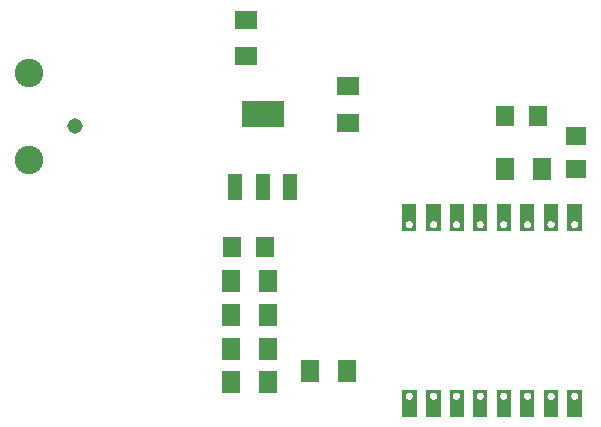
<source format=gtp>
G04 MADE WITH FRITZING*
G04 WWW.FRITZING.ORG*
G04 DOUBLE SIDED*
G04 HOLES PLATED*
G04 CONTOUR ON CENTER OF CONTOUR VECTOR*
%ASAXBY*%
%FSLAX23Y23*%
%MOIN*%
%OFA0B0*%
%SFA1.0B1.0*%
%ADD10C,0.051496*%
%ADD11C,0.094803*%
%ADD12R,0.062992X0.070866*%
%ADD13R,0.070866X0.062992*%
%ADD14R,0.062992X0.074803*%
%ADD15R,0.074803X0.062992*%
%ADD16R,0.048000X0.088000*%
%ADD17R,0.141732X0.086614*%
%ADD18R,0.001000X0.001000*%
%LNPASTEMASK1*%
G90*
G70*
G54D10*
X206Y1431D03*
G54D11*
X52Y1318D03*
X52Y1606D03*
G54D10*
X206Y1431D03*
G54D11*
X52Y1318D03*
X52Y1606D03*
G54D12*
X1641Y1462D03*
X1751Y1462D03*
X841Y1025D03*
X731Y1025D03*
G54D13*
X1878Y1287D03*
X1878Y1397D03*
G54D14*
X1641Y1287D03*
X1763Y1287D03*
G54D15*
X778Y1662D03*
X778Y1784D03*
X1116Y1562D03*
X1116Y1440D03*
G54D14*
X728Y575D03*
X850Y575D03*
X991Y612D03*
X1113Y612D03*
X728Y912D03*
X850Y912D03*
X728Y800D03*
X850Y800D03*
X728Y687D03*
X850Y687D03*
G54D16*
X741Y1225D03*
X832Y1225D03*
X923Y1225D03*
G54D17*
X832Y1469D03*
G54D18*
X1299Y1169D02*
X1344Y1169D01*
X1379Y1169D02*
X1425Y1169D01*
X1456Y1169D02*
X1502Y1169D01*
X1535Y1169D02*
X1580Y1169D01*
X1613Y1169D02*
X1659Y1169D01*
X1692Y1169D02*
X1738Y1169D01*
X1771Y1169D02*
X1817Y1169D01*
X1850Y1169D02*
X1895Y1169D01*
X1298Y1168D02*
X1344Y1168D01*
X1379Y1168D02*
X1426Y1168D01*
X1456Y1168D02*
X1502Y1168D01*
X1534Y1168D02*
X1581Y1168D01*
X1613Y1168D02*
X1659Y1168D01*
X1692Y1168D02*
X1738Y1168D01*
X1771Y1168D02*
X1817Y1168D01*
X1849Y1168D02*
X1896Y1168D01*
X1298Y1167D02*
X1344Y1167D01*
X1379Y1167D02*
X1426Y1167D01*
X1456Y1167D02*
X1502Y1167D01*
X1534Y1167D02*
X1581Y1167D01*
X1613Y1167D02*
X1659Y1167D01*
X1692Y1167D02*
X1738Y1167D01*
X1771Y1167D02*
X1817Y1167D01*
X1849Y1167D02*
X1896Y1167D01*
X1298Y1166D02*
X1344Y1166D01*
X1379Y1166D02*
X1426Y1166D01*
X1456Y1166D02*
X1502Y1166D01*
X1534Y1166D02*
X1581Y1166D01*
X1613Y1166D02*
X1659Y1166D01*
X1692Y1166D02*
X1738Y1166D01*
X1771Y1166D02*
X1817Y1166D01*
X1849Y1166D02*
X1896Y1166D01*
X1298Y1165D02*
X1344Y1165D01*
X1379Y1165D02*
X1426Y1165D01*
X1456Y1165D02*
X1502Y1165D01*
X1534Y1165D02*
X1581Y1165D01*
X1613Y1165D02*
X1659Y1165D01*
X1692Y1165D02*
X1738Y1165D01*
X1771Y1165D02*
X1817Y1165D01*
X1849Y1165D02*
X1896Y1165D01*
X1298Y1164D02*
X1344Y1164D01*
X1379Y1164D02*
X1426Y1164D01*
X1456Y1164D02*
X1502Y1164D01*
X1534Y1164D02*
X1581Y1164D01*
X1613Y1164D02*
X1659Y1164D01*
X1692Y1164D02*
X1738Y1164D01*
X1771Y1164D02*
X1817Y1164D01*
X1849Y1164D02*
X1896Y1164D01*
X1298Y1163D02*
X1344Y1163D01*
X1379Y1163D02*
X1426Y1163D01*
X1456Y1163D02*
X1502Y1163D01*
X1534Y1163D02*
X1581Y1163D01*
X1613Y1163D02*
X1659Y1163D01*
X1692Y1163D02*
X1738Y1163D01*
X1771Y1163D02*
X1817Y1163D01*
X1849Y1163D02*
X1896Y1163D01*
X1298Y1162D02*
X1344Y1162D01*
X1379Y1162D02*
X1426Y1162D01*
X1456Y1162D02*
X1502Y1162D01*
X1534Y1162D02*
X1581Y1162D01*
X1613Y1162D02*
X1659Y1162D01*
X1692Y1162D02*
X1738Y1162D01*
X1771Y1162D02*
X1817Y1162D01*
X1849Y1162D02*
X1896Y1162D01*
X1298Y1161D02*
X1344Y1161D01*
X1379Y1161D02*
X1426Y1161D01*
X1456Y1161D02*
X1502Y1161D01*
X1534Y1161D02*
X1581Y1161D01*
X1613Y1161D02*
X1659Y1161D01*
X1692Y1161D02*
X1738Y1161D01*
X1771Y1161D02*
X1817Y1161D01*
X1849Y1161D02*
X1896Y1161D01*
X1298Y1160D02*
X1344Y1160D01*
X1379Y1160D02*
X1426Y1160D01*
X1456Y1160D02*
X1502Y1160D01*
X1534Y1160D02*
X1581Y1160D01*
X1613Y1160D02*
X1659Y1160D01*
X1692Y1160D02*
X1738Y1160D01*
X1771Y1160D02*
X1817Y1160D01*
X1849Y1160D02*
X1896Y1160D01*
X1298Y1159D02*
X1344Y1159D01*
X1379Y1159D02*
X1426Y1159D01*
X1456Y1159D02*
X1502Y1159D01*
X1534Y1159D02*
X1581Y1159D01*
X1613Y1159D02*
X1659Y1159D01*
X1692Y1159D02*
X1738Y1159D01*
X1771Y1159D02*
X1817Y1159D01*
X1849Y1159D02*
X1896Y1159D01*
X1298Y1158D02*
X1344Y1158D01*
X1379Y1158D02*
X1426Y1158D01*
X1456Y1158D02*
X1502Y1158D01*
X1534Y1158D02*
X1581Y1158D01*
X1613Y1158D02*
X1659Y1158D01*
X1692Y1158D02*
X1738Y1158D01*
X1771Y1158D02*
X1817Y1158D01*
X1849Y1158D02*
X1896Y1158D01*
X1298Y1157D02*
X1344Y1157D01*
X1379Y1157D02*
X1426Y1157D01*
X1456Y1157D02*
X1502Y1157D01*
X1534Y1157D02*
X1581Y1157D01*
X1613Y1157D02*
X1659Y1157D01*
X1692Y1157D02*
X1738Y1157D01*
X1771Y1157D02*
X1817Y1157D01*
X1849Y1157D02*
X1896Y1157D01*
X1298Y1156D02*
X1344Y1156D01*
X1379Y1156D02*
X1426Y1156D01*
X1456Y1156D02*
X1502Y1156D01*
X1534Y1156D02*
X1581Y1156D01*
X1613Y1156D02*
X1659Y1156D01*
X1692Y1156D02*
X1738Y1156D01*
X1771Y1156D02*
X1817Y1156D01*
X1849Y1156D02*
X1896Y1156D01*
X1298Y1155D02*
X1344Y1155D01*
X1379Y1155D02*
X1426Y1155D01*
X1456Y1155D02*
X1502Y1155D01*
X1534Y1155D02*
X1581Y1155D01*
X1613Y1155D02*
X1659Y1155D01*
X1692Y1155D02*
X1738Y1155D01*
X1771Y1155D02*
X1817Y1155D01*
X1849Y1155D02*
X1896Y1155D01*
X1298Y1154D02*
X1344Y1154D01*
X1379Y1154D02*
X1426Y1154D01*
X1456Y1154D02*
X1502Y1154D01*
X1534Y1154D02*
X1581Y1154D01*
X1613Y1154D02*
X1659Y1154D01*
X1692Y1154D02*
X1738Y1154D01*
X1771Y1154D02*
X1817Y1154D01*
X1849Y1154D02*
X1896Y1154D01*
X1298Y1153D02*
X1344Y1153D01*
X1379Y1153D02*
X1426Y1153D01*
X1456Y1153D02*
X1502Y1153D01*
X1534Y1153D02*
X1581Y1153D01*
X1613Y1153D02*
X1659Y1153D01*
X1692Y1153D02*
X1738Y1153D01*
X1771Y1153D02*
X1817Y1153D01*
X1849Y1153D02*
X1896Y1153D01*
X1298Y1152D02*
X1344Y1152D01*
X1379Y1152D02*
X1426Y1152D01*
X1456Y1152D02*
X1502Y1152D01*
X1534Y1152D02*
X1581Y1152D01*
X1613Y1152D02*
X1659Y1152D01*
X1692Y1152D02*
X1738Y1152D01*
X1771Y1152D02*
X1817Y1152D01*
X1849Y1152D02*
X1896Y1152D01*
X1298Y1151D02*
X1344Y1151D01*
X1379Y1151D02*
X1426Y1151D01*
X1456Y1151D02*
X1502Y1151D01*
X1534Y1151D02*
X1581Y1151D01*
X1613Y1151D02*
X1659Y1151D01*
X1692Y1151D02*
X1738Y1151D01*
X1771Y1151D02*
X1817Y1151D01*
X1849Y1151D02*
X1896Y1151D01*
X1298Y1150D02*
X1344Y1150D01*
X1379Y1150D02*
X1426Y1150D01*
X1456Y1150D02*
X1502Y1150D01*
X1534Y1150D02*
X1581Y1150D01*
X1613Y1150D02*
X1659Y1150D01*
X1692Y1150D02*
X1738Y1150D01*
X1771Y1150D02*
X1817Y1150D01*
X1849Y1150D02*
X1896Y1150D01*
X1298Y1149D02*
X1344Y1149D01*
X1379Y1149D02*
X1426Y1149D01*
X1456Y1149D02*
X1502Y1149D01*
X1534Y1149D02*
X1581Y1149D01*
X1613Y1149D02*
X1659Y1149D01*
X1692Y1149D02*
X1738Y1149D01*
X1771Y1149D02*
X1817Y1149D01*
X1849Y1149D02*
X1896Y1149D01*
X1298Y1148D02*
X1344Y1148D01*
X1379Y1148D02*
X1426Y1148D01*
X1456Y1148D02*
X1502Y1148D01*
X1534Y1148D02*
X1581Y1148D01*
X1613Y1148D02*
X1659Y1148D01*
X1692Y1148D02*
X1738Y1148D01*
X1771Y1148D02*
X1817Y1148D01*
X1849Y1148D02*
X1896Y1148D01*
X1298Y1147D02*
X1344Y1147D01*
X1379Y1147D02*
X1426Y1147D01*
X1456Y1147D02*
X1502Y1147D01*
X1534Y1147D02*
X1581Y1147D01*
X1613Y1147D02*
X1659Y1147D01*
X1692Y1147D02*
X1738Y1147D01*
X1771Y1147D02*
X1817Y1147D01*
X1849Y1147D02*
X1896Y1147D01*
X1298Y1146D02*
X1344Y1146D01*
X1379Y1146D02*
X1426Y1146D01*
X1456Y1146D02*
X1502Y1146D01*
X1534Y1146D02*
X1581Y1146D01*
X1613Y1146D02*
X1659Y1146D01*
X1692Y1146D02*
X1738Y1146D01*
X1771Y1146D02*
X1817Y1146D01*
X1849Y1146D02*
X1896Y1146D01*
X1298Y1145D02*
X1344Y1145D01*
X1379Y1145D02*
X1426Y1145D01*
X1456Y1145D02*
X1502Y1145D01*
X1534Y1145D02*
X1581Y1145D01*
X1613Y1145D02*
X1659Y1145D01*
X1692Y1145D02*
X1738Y1145D01*
X1771Y1145D02*
X1817Y1145D01*
X1849Y1145D02*
X1896Y1145D01*
X1298Y1144D02*
X1344Y1144D01*
X1379Y1144D02*
X1426Y1144D01*
X1456Y1144D02*
X1502Y1144D01*
X1534Y1144D02*
X1581Y1144D01*
X1613Y1144D02*
X1659Y1144D01*
X1692Y1144D02*
X1738Y1144D01*
X1771Y1144D02*
X1817Y1144D01*
X1849Y1144D02*
X1896Y1144D01*
X1298Y1143D02*
X1344Y1143D01*
X1379Y1143D02*
X1426Y1143D01*
X1456Y1143D02*
X1502Y1143D01*
X1534Y1143D02*
X1581Y1143D01*
X1613Y1143D02*
X1659Y1143D01*
X1692Y1143D02*
X1738Y1143D01*
X1771Y1143D02*
X1817Y1143D01*
X1849Y1143D02*
X1896Y1143D01*
X1298Y1142D02*
X1344Y1142D01*
X1379Y1142D02*
X1426Y1142D01*
X1456Y1142D02*
X1502Y1142D01*
X1534Y1142D02*
X1581Y1142D01*
X1613Y1142D02*
X1659Y1142D01*
X1692Y1142D02*
X1738Y1142D01*
X1771Y1142D02*
X1817Y1142D01*
X1849Y1142D02*
X1896Y1142D01*
X1298Y1141D02*
X1344Y1141D01*
X1379Y1141D02*
X1426Y1141D01*
X1456Y1141D02*
X1502Y1141D01*
X1534Y1141D02*
X1581Y1141D01*
X1613Y1141D02*
X1659Y1141D01*
X1692Y1141D02*
X1738Y1141D01*
X1771Y1141D02*
X1817Y1141D01*
X1849Y1141D02*
X1896Y1141D01*
X1298Y1140D02*
X1344Y1140D01*
X1379Y1140D02*
X1426Y1140D01*
X1456Y1140D02*
X1502Y1140D01*
X1534Y1140D02*
X1581Y1140D01*
X1613Y1140D02*
X1659Y1140D01*
X1692Y1140D02*
X1738Y1140D01*
X1771Y1140D02*
X1817Y1140D01*
X1849Y1140D02*
X1896Y1140D01*
X1298Y1139D02*
X1344Y1139D01*
X1379Y1139D02*
X1426Y1139D01*
X1456Y1139D02*
X1502Y1139D01*
X1534Y1139D02*
X1581Y1139D01*
X1613Y1139D02*
X1659Y1139D01*
X1692Y1139D02*
X1738Y1139D01*
X1771Y1139D02*
X1817Y1139D01*
X1849Y1139D02*
X1896Y1139D01*
X1298Y1138D02*
X1344Y1138D01*
X1379Y1138D02*
X1426Y1138D01*
X1456Y1138D02*
X1502Y1138D01*
X1534Y1138D02*
X1581Y1138D01*
X1613Y1138D02*
X1659Y1138D01*
X1692Y1138D02*
X1738Y1138D01*
X1771Y1138D02*
X1817Y1138D01*
X1849Y1138D02*
X1896Y1138D01*
X1298Y1137D02*
X1344Y1137D01*
X1379Y1137D02*
X1426Y1137D01*
X1456Y1137D02*
X1502Y1137D01*
X1534Y1137D02*
X1581Y1137D01*
X1613Y1137D02*
X1659Y1137D01*
X1692Y1137D02*
X1738Y1137D01*
X1771Y1137D02*
X1817Y1137D01*
X1849Y1137D02*
X1896Y1137D01*
X1298Y1136D02*
X1344Y1136D01*
X1379Y1136D02*
X1426Y1136D01*
X1456Y1136D02*
X1502Y1136D01*
X1534Y1136D02*
X1581Y1136D01*
X1613Y1136D02*
X1659Y1136D01*
X1692Y1136D02*
X1738Y1136D01*
X1771Y1136D02*
X1817Y1136D01*
X1849Y1136D02*
X1896Y1136D01*
X1298Y1135D02*
X1344Y1135D01*
X1379Y1135D02*
X1426Y1135D01*
X1456Y1135D02*
X1502Y1135D01*
X1534Y1135D02*
X1581Y1135D01*
X1613Y1135D02*
X1659Y1135D01*
X1692Y1135D02*
X1738Y1135D01*
X1771Y1135D02*
X1817Y1135D01*
X1849Y1135D02*
X1896Y1135D01*
X1298Y1134D02*
X1344Y1134D01*
X1379Y1134D02*
X1426Y1134D01*
X1456Y1134D02*
X1502Y1134D01*
X1534Y1134D02*
X1581Y1134D01*
X1613Y1134D02*
X1659Y1134D01*
X1692Y1134D02*
X1738Y1134D01*
X1771Y1134D02*
X1817Y1134D01*
X1849Y1134D02*
X1896Y1134D01*
X1298Y1133D02*
X1344Y1133D01*
X1379Y1133D02*
X1426Y1133D01*
X1456Y1133D02*
X1502Y1133D01*
X1534Y1133D02*
X1581Y1133D01*
X1613Y1133D02*
X1659Y1133D01*
X1692Y1133D02*
X1738Y1133D01*
X1771Y1133D02*
X1817Y1133D01*
X1849Y1133D02*
X1896Y1133D01*
X1298Y1132D02*
X1344Y1132D01*
X1379Y1132D02*
X1426Y1132D01*
X1456Y1132D02*
X1502Y1132D01*
X1534Y1132D02*
X1581Y1132D01*
X1613Y1132D02*
X1659Y1132D01*
X1692Y1132D02*
X1738Y1132D01*
X1771Y1132D02*
X1817Y1132D01*
X1849Y1132D02*
X1896Y1132D01*
X1298Y1131D02*
X1344Y1131D01*
X1379Y1131D02*
X1426Y1131D01*
X1456Y1131D02*
X1502Y1131D01*
X1534Y1131D02*
X1581Y1131D01*
X1613Y1131D02*
X1659Y1131D01*
X1692Y1131D02*
X1738Y1131D01*
X1771Y1131D02*
X1817Y1131D01*
X1849Y1131D02*
X1896Y1131D01*
X1298Y1130D02*
X1344Y1130D01*
X1379Y1130D02*
X1426Y1130D01*
X1456Y1130D02*
X1502Y1130D01*
X1534Y1130D02*
X1581Y1130D01*
X1613Y1130D02*
X1659Y1130D01*
X1692Y1130D02*
X1738Y1130D01*
X1771Y1130D02*
X1817Y1130D01*
X1849Y1130D02*
X1896Y1130D01*
X1298Y1129D02*
X1344Y1129D01*
X1379Y1129D02*
X1426Y1129D01*
X1456Y1129D02*
X1502Y1129D01*
X1534Y1129D02*
X1581Y1129D01*
X1613Y1129D02*
X1659Y1129D01*
X1692Y1129D02*
X1738Y1129D01*
X1771Y1129D02*
X1817Y1129D01*
X1849Y1129D02*
X1896Y1129D01*
X1298Y1128D02*
X1344Y1128D01*
X1379Y1128D02*
X1426Y1128D01*
X1456Y1128D02*
X1502Y1128D01*
X1534Y1128D02*
X1581Y1128D01*
X1613Y1128D02*
X1659Y1128D01*
X1692Y1128D02*
X1738Y1128D01*
X1771Y1128D02*
X1817Y1128D01*
X1849Y1128D02*
X1896Y1128D01*
X1298Y1127D02*
X1344Y1127D01*
X1379Y1127D02*
X1426Y1127D01*
X1456Y1127D02*
X1502Y1127D01*
X1534Y1127D02*
X1581Y1127D01*
X1613Y1127D02*
X1659Y1127D01*
X1692Y1127D02*
X1738Y1127D01*
X1771Y1127D02*
X1817Y1127D01*
X1849Y1127D02*
X1896Y1127D01*
X1298Y1126D02*
X1344Y1126D01*
X1379Y1126D02*
X1426Y1126D01*
X1456Y1126D02*
X1502Y1126D01*
X1534Y1126D02*
X1581Y1126D01*
X1613Y1126D02*
X1659Y1126D01*
X1692Y1126D02*
X1738Y1126D01*
X1771Y1126D02*
X1817Y1126D01*
X1849Y1126D02*
X1896Y1126D01*
X1298Y1125D02*
X1344Y1125D01*
X1379Y1125D02*
X1426Y1125D01*
X1456Y1125D02*
X1502Y1125D01*
X1534Y1125D02*
X1581Y1125D01*
X1613Y1125D02*
X1659Y1125D01*
X1692Y1125D02*
X1738Y1125D01*
X1771Y1125D02*
X1817Y1125D01*
X1849Y1125D02*
X1896Y1125D01*
X1298Y1124D02*
X1344Y1124D01*
X1379Y1124D02*
X1426Y1124D01*
X1456Y1124D02*
X1502Y1124D01*
X1534Y1124D02*
X1581Y1124D01*
X1613Y1124D02*
X1659Y1124D01*
X1692Y1124D02*
X1738Y1124D01*
X1771Y1124D02*
X1817Y1124D01*
X1849Y1124D02*
X1896Y1124D01*
X1298Y1123D02*
X1344Y1123D01*
X1379Y1123D02*
X1426Y1123D01*
X1456Y1123D02*
X1502Y1123D01*
X1534Y1123D02*
X1581Y1123D01*
X1613Y1123D02*
X1659Y1123D01*
X1692Y1123D02*
X1738Y1123D01*
X1771Y1123D02*
X1817Y1123D01*
X1849Y1123D02*
X1896Y1123D01*
X1298Y1122D02*
X1344Y1122D01*
X1379Y1122D02*
X1426Y1122D01*
X1456Y1122D02*
X1502Y1122D01*
X1534Y1122D02*
X1581Y1122D01*
X1613Y1122D02*
X1659Y1122D01*
X1692Y1122D02*
X1738Y1122D01*
X1771Y1122D02*
X1817Y1122D01*
X1849Y1122D02*
X1896Y1122D01*
X1298Y1121D02*
X1344Y1121D01*
X1379Y1121D02*
X1426Y1121D01*
X1456Y1121D02*
X1502Y1121D01*
X1534Y1121D02*
X1581Y1121D01*
X1613Y1121D02*
X1659Y1121D01*
X1692Y1121D02*
X1738Y1121D01*
X1771Y1121D02*
X1817Y1121D01*
X1849Y1121D02*
X1896Y1121D01*
X1298Y1120D02*
X1344Y1120D01*
X1379Y1120D02*
X1426Y1120D01*
X1456Y1120D02*
X1502Y1120D01*
X1534Y1120D02*
X1581Y1120D01*
X1613Y1120D02*
X1659Y1120D01*
X1692Y1120D02*
X1738Y1120D01*
X1771Y1120D02*
X1817Y1120D01*
X1849Y1120D02*
X1896Y1120D01*
X1298Y1119D02*
X1344Y1119D01*
X1379Y1119D02*
X1426Y1119D01*
X1456Y1119D02*
X1502Y1119D01*
X1534Y1119D02*
X1581Y1119D01*
X1613Y1119D02*
X1659Y1119D01*
X1692Y1119D02*
X1738Y1119D01*
X1771Y1119D02*
X1817Y1119D01*
X1849Y1119D02*
X1896Y1119D01*
X1298Y1118D02*
X1344Y1118D01*
X1379Y1118D02*
X1426Y1118D01*
X1456Y1118D02*
X1502Y1118D01*
X1534Y1118D02*
X1581Y1118D01*
X1613Y1118D02*
X1659Y1118D01*
X1692Y1118D02*
X1738Y1118D01*
X1771Y1118D02*
X1817Y1118D01*
X1849Y1118D02*
X1896Y1118D01*
X1298Y1117D02*
X1344Y1117D01*
X1379Y1117D02*
X1426Y1117D01*
X1456Y1117D02*
X1502Y1117D01*
X1534Y1117D02*
X1581Y1117D01*
X1613Y1117D02*
X1659Y1117D01*
X1692Y1117D02*
X1738Y1117D01*
X1771Y1117D02*
X1817Y1117D01*
X1849Y1117D02*
X1896Y1117D01*
X1298Y1116D02*
X1344Y1116D01*
X1379Y1116D02*
X1426Y1116D01*
X1456Y1116D02*
X1502Y1116D01*
X1534Y1116D02*
X1581Y1116D01*
X1613Y1116D02*
X1659Y1116D01*
X1692Y1116D02*
X1738Y1116D01*
X1771Y1116D02*
X1817Y1116D01*
X1849Y1116D02*
X1896Y1116D01*
X1298Y1115D02*
X1344Y1115D01*
X1379Y1115D02*
X1426Y1115D01*
X1456Y1115D02*
X1502Y1115D01*
X1534Y1115D02*
X1581Y1115D01*
X1613Y1115D02*
X1659Y1115D01*
X1692Y1115D02*
X1738Y1115D01*
X1771Y1115D02*
X1817Y1115D01*
X1849Y1115D02*
X1896Y1115D01*
X1298Y1114D02*
X1344Y1114D01*
X1379Y1114D02*
X1426Y1114D01*
X1456Y1114D02*
X1502Y1114D01*
X1534Y1114D02*
X1581Y1114D01*
X1613Y1114D02*
X1659Y1114D01*
X1692Y1114D02*
X1738Y1114D01*
X1771Y1114D02*
X1817Y1114D01*
X1849Y1114D02*
X1896Y1114D01*
X1298Y1113D02*
X1320Y1113D01*
X1323Y1113D02*
X1344Y1113D01*
X1379Y1113D02*
X1401Y1113D01*
X1404Y1113D02*
X1426Y1113D01*
X1456Y1113D02*
X1477Y1113D01*
X1481Y1113D02*
X1502Y1113D01*
X1534Y1113D02*
X1556Y1113D01*
X1559Y1113D02*
X1581Y1113D01*
X1613Y1113D02*
X1635Y1113D01*
X1637Y1113D02*
X1659Y1113D01*
X1692Y1113D02*
X1714Y1113D01*
X1716Y1113D02*
X1738Y1113D01*
X1771Y1113D02*
X1792Y1113D01*
X1796Y1113D02*
X1817Y1113D01*
X1849Y1113D02*
X1871Y1113D01*
X1874Y1113D02*
X1896Y1113D01*
X1298Y1112D02*
X1316Y1112D01*
X1327Y1112D02*
X1344Y1112D01*
X1379Y1112D02*
X1397Y1112D01*
X1408Y1112D02*
X1426Y1112D01*
X1456Y1112D02*
X1473Y1112D01*
X1484Y1112D02*
X1502Y1112D01*
X1534Y1112D02*
X1552Y1112D01*
X1563Y1112D02*
X1581Y1112D01*
X1613Y1112D02*
X1631Y1112D01*
X1642Y1112D02*
X1659Y1112D01*
X1692Y1112D02*
X1710Y1112D01*
X1720Y1112D02*
X1738Y1112D01*
X1771Y1112D02*
X1788Y1112D01*
X1799Y1112D02*
X1817Y1112D01*
X1849Y1112D02*
X1867Y1112D01*
X1878Y1112D02*
X1896Y1112D01*
X1298Y1111D02*
X1314Y1111D01*
X1329Y1111D02*
X1344Y1111D01*
X1379Y1111D02*
X1395Y1111D01*
X1410Y1111D02*
X1426Y1111D01*
X1456Y1111D02*
X1472Y1111D01*
X1486Y1111D02*
X1502Y1111D01*
X1534Y1111D02*
X1550Y1111D01*
X1565Y1111D02*
X1581Y1111D01*
X1613Y1111D02*
X1629Y1111D01*
X1644Y1111D02*
X1659Y1111D01*
X1692Y1111D02*
X1708Y1111D01*
X1722Y1111D02*
X1738Y1111D01*
X1771Y1111D02*
X1786Y1111D01*
X1801Y1111D02*
X1817Y1111D01*
X1849Y1111D02*
X1865Y1111D01*
X1880Y1111D02*
X1896Y1111D01*
X1298Y1110D02*
X1313Y1110D01*
X1330Y1110D02*
X1344Y1110D01*
X1379Y1110D02*
X1394Y1110D01*
X1411Y1110D02*
X1426Y1110D01*
X1456Y1110D02*
X1470Y1110D01*
X1487Y1110D02*
X1502Y1110D01*
X1534Y1110D02*
X1549Y1110D01*
X1566Y1110D02*
X1581Y1110D01*
X1613Y1110D02*
X1628Y1110D01*
X1645Y1110D02*
X1659Y1110D01*
X1692Y1110D02*
X1706Y1110D01*
X1723Y1110D02*
X1738Y1110D01*
X1771Y1110D02*
X1785Y1110D01*
X1802Y1110D02*
X1817Y1110D01*
X1849Y1110D02*
X1864Y1110D01*
X1881Y1110D02*
X1896Y1110D01*
X1298Y1109D02*
X1312Y1109D01*
X1331Y1109D02*
X1344Y1109D01*
X1379Y1109D02*
X1393Y1109D01*
X1412Y1109D02*
X1426Y1109D01*
X1456Y1109D02*
X1469Y1109D01*
X1488Y1109D02*
X1502Y1109D01*
X1534Y1109D02*
X1548Y1109D01*
X1567Y1109D02*
X1581Y1109D01*
X1613Y1109D02*
X1627Y1109D01*
X1646Y1109D02*
X1659Y1109D01*
X1692Y1109D02*
X1705Y1109D01*
X1724Y1109D02*
X1738Y1109D01*
X1771Y1109D02*
X1784Y1109D01*
X1803Y1109D02*
X1817Y1109D01*
X1849Y1109D02*
X1863Y1109D01*
X1882Y1109D02*
X1896Y1109D01*
X1298Y1108D02*
X1311Y1108D01*
X1332Y1108D02*
X1344Y1108D01*
X1379Y1108D02*
X1392Y1108D01*
X1413Y1108D02*
X1426Y1108D01*
X1456Y1108D02*
X1469Y1108D01*
X1489Y1108D02*
X1502Y1108D01*
X1534Y1108D02*
X1547Y1108D01*
X1568Y1108D02*
X1581Y1108D01*
X1613Y1108D02*
X1626Y1108D01*
X1647Y1108D02*
X1659Y1108D01*
X1692Y1108D02*
X1705Y1108D01*
X1725Y1108D02*
X1738Y1108D01*
X1771Y1108D02*
X1783Y1108D01*
X1804Y1108D02*
X1817Y1108D01*
X1849Y1108D02*
X1862Y1108D01*
X1883Y1108D02*
X1896Y1108D01*
X1298Y1107D02*
X1310Y1107D01*
X1332Y1107D02*
X1344Y1107D01*
X1379Y1107D02*
X1391Y1107D01*
X1413Y1107D02*
X1426Y1107D01*
X1456Y1107D02*
X1468Y1107D01*
X1490Y1107D02*
X1502Y1107D01*
X1534Y1107D02*
X1547Y1107D01*
X1569Y1107D02*
X1581Y1107D01*
X1613Y1107D02*
X1625Y1107D01*
X1647Y1107D02*
X1659Y1107D01*
X1692Y1107D02*
X1704Y1107D01*
X1726Y1107D02*
X1738Y1107D01*
X1771Y1107D02*
X1783Y1107D01*
X1805Y1107D02*
X1817Y1107D01*
X1849Y1107D02*
X1862Y1107D01*
X1884Y1107D02*
X1896Y1107D01*
X1298Y1106D02*
X1310Y1106D01*
X1333Y1106D02*
X1344Y1106D01*
X1379Y1106D02*
X1391Y1106D01*
X1414Y1106D02*
X1426Y1106D01*
X1456Y1106D02*
X1467Y1106D01*
X1490Y1106D02*
X1502Y1106D01*
X1534Y1106D02*
X1546Y1106D01*
X1569Y1106D02*
X1581Y1106D01*
X1613Y1106D02*
X1625Y1106D01*
X1648Y1106D02*
X1659Y1106D01*
X1692Y1106D02*
X1703Y1106D01*
X1726Y1106D02*
X1738Y1106D01*
X1771Y1106D02*
X1782Y1106D01*
X1805Y1106D02*
X1817Y1106D01*
X1849Y1106D02*
X1861Y1106D01*
X1884Y1106D02*
X1896Y1106D01*
X1298Y1105D02*
X1309Y1105D01*
X1333Y1105D02*
X1344Y1105D01*
X1379Y1105D02*
X1390Y1105D01*
X1414Y1105D02*
X1426Y1105D01*
X1456Y1105D02*
X1467Y1105D01*
X1491Y1105D02*
X1502Y1105D01*
X1534Y1105D02*
X1546Y1105D01*
X1569Y1105D02*
X1581Y1105D01*
X1613Y1105D02*
X1624Y1105D01*
X1648Y1105D02*
X1659Y1105D01*
X1692Y1105D02*
X1703Y1105D01*
X1727Y1105D02*
X1738Y1105D01*
X1771Y1105D02*
X1782Y1105D01*
X1806Y1105D02*
X1817Y1105D01*
X1849Y1105D02*
X1861Y1105D01*
X1885Y1105D02*
X1896Y1105D01*
X1298Y1104D02*
X1309Y1104D01*
X1334Y1104D02*
X1344Y1104D01*
X1379Y1104D02*
X1390Y1104D01*
X1415Y1104D02*
X1426Y1104D01*
X1456Y1104D02*
X1467Y1104D01*
X1491Y1104D02*
X1502Y1104D01*
X1534Y1104D02*
X1545Y1104D01*
X1570Y1104D02*
X1581Y1104D01*
X1613Y1104D02*
X1624Y1104D01*
X1649Y1104D02*
X1659Y1104D01*
X1692Y1104D02*
X1703Y1104D01*
X1727Y1104D02*
X1738Y1104D01*
X1771Y1104D02*
X1781Y1104D01*
X1806Y1104D02*
X1817Y1104D01*
X1849Y1104D02*
X1860Y1104D01*
X1885Y1104D02*
X1896Y1104D01*
X1298Y1103D02*
X1309Y1103D01*
X1334Y1103D02*
X1344Y1103D01*
X1379Y1103D02*
X1390Y1103D01*
X1415Y1103D02*
X1426Y1103D01*
X1456Y1103D02*
X1466Y1103D01*
X1491Y1103D02*
X1502Y1103D01*
X1534Y1103D02*
X1545Y1103D01*
X1570Y1103D02*
X1581Y1103D01*
X1613Y1103D02*
X1624Y1103D01*
X1649Y1103D02*
X1659Y1103D01*
X1692Y1103D02*
X1703Y1103D01*
X1727Y1103D02*
X1738Y1103D01*
X1771Y1103D02*
X1781Y1103D01*
X1806Y1103D02*
X1817Y1103D01*
X1849Y1103D02*
X1860Y1103D01*
X1885Y1103D02*
X1896Y1103D01*
X1298Y1102D02*
X1309Y1102D01*
X1334Y1102D02*
X1344Y1102D01*
X1379Y1102D02*
X1390Y1102D01*
X1415Y1102D02*
X1426Y1102D01*
X1456Y1102D02*
X1466Y1102D01*
X1491Y1102D02*
X1502Y1102D01*
X1534Y1102D02*
X1545Y1102D01*
X1570Y1102D02*
X1581Y1102D01*
X1613Y1102D02*
X1624Y1102D01*
X1649Y1102D02*
X1659Y1102D01*
X1692Y1102D02*
X1702Y1102D01*
X1728Y1102D02*
X1738Y1102D01*
X1771Y1102D02*
X1781Y1102D01*
X1806Y1102D02*
X1817Y1102D01*
X1849Y1102D02*
X1860Y1102D01*
X1885Y1102D02*
X1896Y1102D01*
X1298Y1101D02*
X1309Y1101D01*
X1334Y1101D02*
X1344Y1101D01*
X1379Y1101D02*
X1390Y1101D01*
X1415Y1101D02*
X1426Y1101D01*
X1456Y1101D02*
X1466Y1101D01*
X1492Y1101D02*
X1502Y1101D01*
X1534Y1101D02*
X1545Y1101D01*
X1570Y1101D02*
X1581Y1101D01*
X1613Y1101D02*
X1624Y1101D01*
X1649Y1101D02*
X1659Y1101D01*
X1692Y1101D02*
X1702Y1101D01*
X1728Y1101D02*
X1738Y1101D01*
X1771Y1101D02*
X1781Y1101D01*
X1806Y1101D02*
X1817Y1101D01*
X1849Y1101D02*
X1860Y1101D01*
X1885Y1101D02*
X1896Y1101D01*
X1298Y1100D02*
X1309Y1100D01*
X1334Y1100D02*
X1344Y1100D01*
X1379Y1100D02*
X1390Y1100D01*
X1415Y1100D02*
X1426Y1100D01*
X1456Y1100D02*
X1466Y1100D01*
X1491Y1100D02*
X1502Y1100D01*
X1534Y1100D02*
X1545Y1100D01*
X1570Y1100D02*
X1581Y1100D01*
X1613Y1100D02*
X1624Y1100D01*
X1649Y1100D02*
X1659Y1100D01*
X1692Y1100D02*
X1702Y1100D01*
X1728Y1100D02*
X1738Y1100D01*
X1771Y1100D02*
X1781Y1100D01*
X1806Y1100D02*
X1817Y1100D01*
X1849Y1100D02*
X1860Y1100D01*
X1885Y1100D02*
X1896Y1100D01*
X1298Y1099D02*
X1309Y1099D01*
X1334Y1099D02*
X1344Y1099D01*
X1379Y1099D02*
X1390Y1099D01*
X1415Y1099D02*
X1426Y1099D01*
X1456Y1099D02*
X1466Y1099D01*
X1491Y1099D02*
X1502Y1099D01*
X1534Y1099D02*
X1545Y1099D01*
X1570Y1099D02*
X1581Y1099D01*
X1613Y1099D02*
X1624Y1099D01*
X1649Y1099D02*
X1659Y1099D01*
X1692Y1099D02*
X1703Y1099D01*
X1727Y1099D02*
X1738Y1099D01*
X1771Y1099D02*
X1781Y1099D01*
X1806Y1099D02*
X1817Y1099D01*
X1849Y1099D02*
X1860Y1099D01*
X1885Y1099D02*
X1896Y1099D01*
X1298Y1098D02*
X1309Y1098D01*
X1334Y1098D02*
X1344Y1098D01*
X1379Y1098D02*
X1390Y1098D01*
X1415Y1098D02*
X1426Y1098D01*
X1456Y1098D02*
X1467Y1098D01*
X1491Y1098D02*
X1502Y1098D01*
X1534Y1098D02*
X1545Y1098D01*
X1570Y1098D02*
X1581Y1098D01*
X1613Y1098D02*
X1624Y1098D01*
X1649Y1098D02*
X1659Y1098D01*
X1692Y1098D02*
X1703Y1098D01*
X1727Y1098D02*
X1738Y1098D01*
X1771Y1098D02*
X1782Y1098D01*
X1806Y1098D02*
X1817Y1098D01*
X1849Y1098D02*
X1860Y1098D01*
X1885Y1098D02*
X1896Y1098D01*
X1298Y1097D02*
X1309Y1097D01*
X1333Y1097D02*
X1344Y1097D01*
X1379Y1097D02*
X1390Y1097D01*
X1414Y1097D02*
X1426Y1097D01*
X1456Y1097D02*
X1467Y1097D01*
X1491Y1097D02*
X1502Y1097D01*
X1534Y1097D02*
X1546Y1097D01*
X1569Y1097D02*
X1581Y1097D01*
X1613Y1097D02*
X1624Y1097D01*
X1648Y1097D02*
X1659Y1097D01*
X1692Y1097D02*
X1703Y1097D01*
X1727Y1097D02*
X1738Y1097D01*
X1771Y1097D02*
X1782Y1097D01*
X1806Y1097D02*
X1817Y1097D01*
X1849Y1097D02*
X1861Y1097D01*
X1885Y1097D02*
X1896Y1097D01*
X1298Y1096D02*
X1310Y1096D01*
X1333Y1096D02*
X1344Y1096D01*
X1379Y1096D02*
X1391Y1096D01*
X1414Y1096D02*
X1426Y1096D01*
X1456Y1096D02*
X1467Y1096D01*
X1490Y1096D02*
X1502Y1096D01*
X1534Y1096D02*
X1546Y1096D01*
X1569Y1096D02*
X1581Y1096D01*
X1613Y1096D02*
X1625Y1096D01*
X1648Y1096D02*
X1659Y1096D01*
X1692Y1096D02*
X1703Y1096D01*
X1727Y1096D02*
X1738Y1096D01*
X1771Y1096D02*
X1782Y1096D01*
X1805Y1096D02*
X1817Y1096D01*
X1849Y1096D02*
X1861Y1096D01*
X1884Y1096D02*
X1896Y1096D01*
X1298Y1095D02*
X1310Y1095D01*
X1332Y1095D02*
X1344Y1095D01*
X1379Y1095D02*
X1391Y1095D01*
X1413Y1095D02*
X1426Y1095D01*
X1456Y1095D02*
X1468Y1095D01*
X1490Y1095D02*
X1502Y1095D01*
X1534Y1095D02*
X1547Y1095D01*
X1569Y1095D02*
X1581Y1095D01*
X1613Y1095D02*
X1625Y1095D01*
X1647Y1095D02*
X1659Y1095D01*
X1692Y1095D02*
X1704Y1095D01*
X1726Y1095D02*
X1738Y1095D01*
X1771Y1095D02*
X1783Y1095D01*
X1805Y1095D02*
X1817Y1095D01*
X1849Y1095D02*
X1862Y1095D01*
X1884Y1095D02*
X1896Y1095D01*
X1298Y1094D02*
X1311Y1094D01*
X1332Y1094D02*
X1344Y1094D01*
X1379Y1094D02*
X1392Y1094D01*
X1413Y1094D02*
X1426Y1094D01*
X1456Y1094D02*
X1468Y1094D01*
X1489Y1094D02*
X1502Y1094D01*
X1534Y1094D02*
X1547Y1094D01*
X1568Y1094D02*
X1581Y1094D01*
X1613Y1094D02*
X1626Y1094D01*
X1647Y1094D02*
X1659Y1094D01*
X1692Y1094D02*
X1705Y1094D01*
X1725Y1094D02*
X1738Y1094D01*
X1771Y1094D02*
X1783Y1094D01*
X1804Y1094D02*
X1817Y1094D01*
X1849Y1094D02*
X1862Y1094D01*
X1883Y1094D02*
X1896Y1094D01*
X1298Y1093D02*
X1312Y1093D01*
X1331Y1093D02*
X1344Y1093D01*
X1379Y1093D02*
X1393Y1093D01*
X1412Y1093D02*
X1426Y1093D01*
X1456Y1093D02*
X1469Y1093D01*
X1488Y1093D02*
X1502Y1093D01*
X1534Y1093D02*
X1548Y1093D01*
X1567Y1093D02*
X1581Y1093D01*
X1613Y1093D02*
X1627Y1093D01*
X1646Y1093D02*
X1659Y1093D01*
X1692Y1093D02*
X1705Y1093D01*
X1725Y1093D02*
X1738Y1093D01*
X1771Y1093D02*
X1784Y1093D01*
X1803Y1093D02*
X1817Y1093D01*
X1849Y1093D02*
X1863Y1093D01*
X1882Y1093D02*
X1896Y1093D01*
X1298Y1092D02*
X1313Y1092D01*
X1330Y1092D02*
X1344Y1092D01*
X1379Y1092D02*
X1394Y1092D01*
X1411Y1092D02*
X1426Y1092D01*
X1456Y1092D02*
X1470Y1092D01*
X1488Y1092D02*
X1502Y1092D01*
X1534Y1092D02*
X1549Y1092D01*
X1566Y1092D02*
X1581Y1092D01*
X1613Y1092D02*
X1628Y1092D01*
X1645Y1092D02*
X1659Y1092D01*
X1692Y1092D02*
X1706Y1092D01*
X1724Y1092D02*
X1738Y1092D01*
X1771Y1092D02*
X1785Y1092D01*
X1802Y1092D02*
X1817Y1092D01*
X1849Y1092D02*
X1864Y1092D01*
X1881Y1092D02*
X1896Y1092D01*
X1298Y1091D02*
X1314Y1091D01*
X1329Y1091D02*
X1344Y1091D01*
X1379Y1091D02*
X1395Y1091D01*
X1410Y1091D02*
X1426Y1091D01*
X1456Y1091D02*
X1472Y1091D01*
X1486Y1091D02*
X1502Y1091D01*
X1534Y1091D02*
X1550Y1091D01*
X1565Y1091D02*
X1581Y1091D01*
X1613Y1091D02*
X1629Y1091D01*
X1644Y1091D02*
X1659Y1091D01*
X1692Y1091D02*
X1708Y1091D01*
X1722Y1091D02*
X1738Y1091D01*
X1771Y1091D02*
X1786Y1091D01*
X1801Y1091D02*
X1817Y1091D01*
X1849Y1091D02*
X1865Y1091D01*
X1880Y1091D02*
X1896Y1091D01*
X1298Y1090D02*
X1316Y1090D01*
X1327Y1090D02*
X1344Y1090D01*
X1379Y1090D02*
X1397Y1090D01*
X1408Y1090D02*
X1426Y1090D01*
X1456Y1090D02*
X1473Y1090D01*
X1484Y1090D02*
X1502Y1090D01*
X1534Y1090D02*
X1552Y1090D01*
X1563Y1090D02*
X1581Y1090D01*
X1613Y1090D02*
X1631Y1090D01*
X1642Y1090D02*
X1659Y1090D01*
X1692Y1090D02*
X1709Y1090D01*
X1721Y1090D02*
X1738Y1090D01*
X1771Y1090D02*
X1788Y1090D01*
X1799Y1090D02*
X1817Y1090D01*
X1849Y1090D02*
X1867Y1090D01*
X1878Y1090D02*
X1896Y1090D01*
X1298Y1089D02*
X1319Y1089D01*
X1324Y1089D02*
X1344Y1089D01*
X1379Y1089D02*
X1400Y1089D01*
X1404Y1089D02*
X1426Y1089D01*
X1456Y1089D02*
X1477Y1089D01*
X1481Y1089D02*
X1502Y1089D01*
X1534Y1089D02*
X1555Y1089D01*
X1560Y1089D02*
X1581Y1089D01*
X1613Y1089D02*
X1634Y1089D01*
X1639Y1089D02*
X1659Y1089D01*
X1692Y1089D02*
X1712Y1089D01*
X1717Y1089D02*
X1738Y1089D01*
X1771Y1089D02*
X1792Y1089D01*
X1796Y1089D02*
X1817Y1089D01*
X1849Y1089D02*
X1871Y1089D01*
X1875Y1089D02*
X1896Y1089D01*
X1298Y1088D02*
X1344Y1088D01*
X1379Y1088D02*
X1426Y1088D01*
X1456Y1088D02*
X1502Y1088D01*
X1534Y1088D02*
X1581Y1088D01*
X1613Y1088D02*
X1659Y1088D01*
X1692Y1088D02*
X1738Y1088D01*
X1771Y1088D02*
X1817Y1088D01*
X1849Y1088D02*
X1896Y1088D01*
X1298Y1087D02*
X1344Y1087D01*
X1379Y1087D02*
X1426Y1087D01*
X1456Y1087D02*
X1502Y1087D01*
X1534Y1087D02*
X1581Y1087D01*
X1613Y1087D02*
X1659Y1087D01*
X1692Y1087D02*
X1738Y1087D01*
X1771Y1087D02*
X1817Y1087D01*
X1849Y1087D02*
X1896Y1087D01*
X1298Y1086D02*
X1344Y1086D01*
X1379Y1086D02*
X1426Y1086D01*
X1456Y1086D02*
X1502Y1086D01*
X1534Y1086D02*
X1581Y1086D01*
X1613Y1086D02*
X1659Y1086D01*
X1692Y1086D02*
X1738Y1086D01*
X1771Y1086D02*
X1817Y1086D01*
X1849Y1086D02*
X1896Y1086D01*
X1298Y1085D02*
X1344Y1085D01*
X1379Y1085D02*
X1426Y1085D01*
X1456Y1085D02*
X1502Y1085D01*
X1534Y1085D02*
X1581Y1085D01*
X1613Y1085D02*
X1659Y1085D01*
X1692Y1085D02*
X1738Y1085D01*
X1771Y1085D02*
X1817Y1085D01*
X1849Y1085D02*
X1896Y1085D01*
X1298Y1084D02*
X1344Y1084D01*
X1379Y1084D02*
X1426Y1084D01*
X1456Y1084D02*
X1502Y1084D01*
X1534Y1084D02*
X1581Y1084D01*
X1613Y1084D02*
X1659Y1084D01*
X1692Y1084D02*
X1738Y1084D01*
X1771Y1084D02*
X1817Y1084D01*
X1849Y1084D02*
X1896Y1084D01*
X1298Y1083D02*
X1344Y1083D01*
X1379Y1083D02*
X1426Y1083D01*
X1456Y1083D02*
X1502Y1083D01*
X1534Y1083D02*
X1581Y1083D01*
X1613Y1083D02*
X1659Y1083D01*
X1692Y1083D02*
X1738Y1083D01*
X1771Y1083D02*
X1817Y1083D01*
X1849Y1083D02*
X1896Y1083D01*
X1298Y1082D02*
X1344Y1082D01*
X1379Y1082D02*
X1426Y1082D01*
X1456Y1082D02*
X1502Y1082D01*
X1534Y1082D02*
X1581Y1082D01*
X1613Y1082D02*
X1659Y1082D01*
X1692Y1082D02*
X1738Y1082D01*
X1771Y1082D02*
X1817Y1082D01*
X1849Y1082D02*
X1896Y1082D01*
X1298Y1081D02*
X1344Y1081D01*
X1379Y1081D02*
X1425Y1081D01*
X1456Y1081D02*
X1502Y1081D01*
X1534Y1081D02*
X1581Y1081D01*
X1613Y1081D02*
X1659Y1081D01*
X1692Y1081D02*
X1738Y1081D01*
X1771Y1081D02*
X1817Y1081D01*
X1850Y1081D02*
X1896Y1081D01*
X1299Y549D02*
X1344Y549D01*
X1379Y549D02*
X1425Y549D01*
X1456Y549D02*
X1502Y549D01*
X1535Y549D02*
X1581Y549D01*
X1613Y549D02*
X1659Y549D01*
X1692Y549D02*
X1738Y549D01*
X1771Y549D02*
X1817Y549D01*
X1850Y549D02*
X1896Y549D01*
X1298Y548D02*
X1345Y548D01*
X1379Y548D02*
X1426Y548D01*
X1456Y548D02*
X1502Y548D01*
X1535Y548D02*
X1581Y548D01*
X1613Y548D02*
X1660Y548D01*
X1692Y548D02*
X1738Y548D01*
X1771Y548D02*
X1817Y548D01*
X1849Y548D02*
X1896Y548D01*
X1298Y547D02*
X1345Y547D01*
X1379Y547D02*
X1426Y547D01*
X1456Y547D02*
X1502Y547D01*
X1535Y547D02*
X1581Y547D01*
X1613Y547D02*
X1660Y547D01*
X1692Y547D02*
X1738Y547D01*
X1771Y547D02*
X1817Y547D01*
X1849Y547D02*
X1896Y547D01*
X1298Y546D02*
X1345Y546D01*
X1379Y546D02*
X1426Y546D01*
X1456Y546D02*
X1502Y546D01*
X1535Y546D02*
X1581Y546D01*
X1613Y546D02*
X1660Y546D01*
X1692Y546D02*
X1738Y546D01*
X1771Y546D02*
X1817Y546D01*
X1849Y546D02*
X1896Y546D01*
X1298Y545D02*
X1345Y545D01*
X1379Y545D02*
X1426Y545D01*
X1456Y545D02*
X1502Y545D01*
X1535Y545D02*
X1581Y545D01*
X1613Y545D02*
X1660Y545D01*
X1692Y545D02*
X1738Y545D01*
X1771Y545D02*
X1817Y545D01*
X1849Y545D02*
X1896Y545D01*
X1298Y544D02*
X1345Y544D01*
X1379Y544D02*
X1426Y544D01*
X1456Y544D02*
X1502Y544D01*
X1535Y544D02*
X1581Y544D01*
X1613Y544D02*
X1660Y544D01*
X1692Y544D02*
X1738Y544D01*
X1771Y544D02*
X1817Y544D01*
X1849Y544D02*
X1896Y544D01*
X1298Y543D02*
X1345Y543D01*
X1379Y543D02*
X1426Y543D01*
X1456Y543D02*
X1502Y543D01*
X1535Y543D02*
X1581Y543D01*
X1613Y543D02*
X1660Y543D01*
X1692Y543D02*
X1738Y543D01*
X1771Y543D02*
X1817Y543D01*
X1849Y543D02*
X1896Y543D01*
X1298Y542D02*
X1345Y542D01*
X1379Y542D02*
X1426Y542D01*
X1456Y542D02*
X1502Y542D01*
X1535Y542D02*
X1581Y542D01*
X1613Y542D02*
X1660Y542D01*
X1692Y542D02*
X1738Y542D01*
X1771Y542D02*
X1817Y542D01*
X1849Y542D02*
X1896Y542D01*
X1298Y541D02*
X1345Y541D01*
X1379Y541D02*
X1426Y541D01*
X1456Y541D02*
X1478Y541D01*
X1480Y541D02*
X1502Y541D01*
X1535Y541D02*
X1557Y541D01*
X1559Y541D02*
X1581Y541D01*
X1613Y541D02*
X1635Y541D01*
X1637Y541D02*
X1660Y541D01*
X1692Y541D02*
X1714Y541D01*
X1716Y541D02*
X1738Y541D01*
X1771Y541D02*
X1793Y541D01*
X1795Y541D02*
X1817Y541D01*
X1849Y541D02*
X1872Y541D01*
X1874Y541D02*
X1896Y541D01*
X1298Y540D02*
X1316Y540D01*
X1327Y540D02*
X1345Y540D01*
X1379Y540D02*
X1397Y540D01*
X1408Y540D02*
X1426Y540D01*
X1456Y540D02*
X1474Y540D01*
X1484Y540D02*
X1502Y540D01*
X1535Y540D02*
X1552Y540D01*
X1563Y540D02*
X1581Y540D01*
X1613Y540D02*
X1631Y540D01*
X1642Y540D02*
X1660Y540D01*
X1692Y540D02*
X1710Y540D01*
X1720Y540D02*
X1738Y540D01*
X1771Y540D02*
X1788Y540D01*
X1799Y540D02*
X1817Y540D01*
X1849Y540D02*
X1867Y540D01*
X1878Y540D02*
X1896Y540D01*
X1298Y539D02*
X1314Y539D01*
X1329Y539D02*
X1345Y539D01*
X1379Y539D02*
X1395Y539D01*
X1410Y539D02*
X1426Y539D01*
X1456Y539D02*
X1472Y539D01*
X1486Y539D02*
X1502Y539D01*
X1535Y539D02*
X1550Y539D01*
X1565Y539D02*
X1581Y539D01*
X1613Y539D02*
X1629Y539D01*
X1644Y539D02*
X1660Y539D01*
X1692Y539D02*
X1708Y539D01*
X1722Y539D02*
X1738Y539D01*
X1771Y539D02*
X1787Y539D01*
X1801Y539D02*
X1817Y539D01*
X1849Y539D02*
X1865Y539D01*
X1880Y539D02*
X1896Y539D01*
X1298Y538D02*
X1313Y538D01*
X1330Y538D02*
X1345Y538D01*
X1379Y538D02*
X1394Y538D01*
X1411Y538D02*
X1426Y538D01*
X1456Y538D02*
X1470Y538D01*
X1487Y538D02*
X1502Y538D01*
X1535Y538D02*
X1549Y538D01*
X1566Y538D02*
X1581Y538D01*
X1613Y538D02*
X1628Y538D01*
X1645Y538D02*
X1660Y538D01*
X1692Y538D02*
X1707Y538D01*
X1724Y538D02*
X1738Y538D01*
X1771Y538D02*
X1785Y538D01*
X1802Y538D02*
X1817Y538D01*
X1849Y538D02*
X1864Y538D01*
X1881Y538D02*
X1896Y538D01*
X1298Y537D02*
X1312Y537D01*
X1331Y537D02*
X1345Y537D01*
X1379Y537D02*
X1393Y537D01*
X1412Y537D02*
X1426Y537D01*
X1456Y537D02*
X1469Y537D01*
X1488Y537D02*
X1502Y537D01*
X1535Y537D02*
X1548Y537D01*
X1567Y537D02*
X1581Y537D01*
X1613Y537D02*
X1627Y537D01*
X1646Y537D02*
X1660Y537D01*
X1692Y537D02*
X1706Y537D01*
X1725Y537D02*
X1738Y537D01*
X1771Y537D02*
X1784Y537D01*
X1803Y537D02*
X1817Y537D01*
X1849Y537D02*
X1863Y537D01*
X1882Y537D02*
X1896Y537D01*
X1298Y536D02*
X1311Y536D01*
X1332Y536D02*
X1345Y536D01*
X1379Y536D02*
X1392Y536D01*
X1413Y536D02*
X1426Y536D01*
X1456Y536D02*
X1469Y536D01*
X1489Y536D02*
X1502Y536D01*
X1535Y536D02*
X1547Y536D01*
X1568Y536D02*
X1581Y536D01*
X1613Y536D02*
X1626Y536D01*
X1647Y536D02*
X1660Y536D01*
X1692Y536D02*
X1705Y536D01*
X1725Y536D02*
X1738Y536D01*
X1771Y536D02*
X1783Y536D01*
X1804Y536D02*
X1817Y536D01*
X1849Y536D02*
X1862Y536D01*
X1883Y536D02*
X1896Y536D01*
X1298Y535D02*
X1311Y535D01*
X1332Y535D02*
X1345Y535D01*
X1379Y535D02*
X1391Y535D01*
X1413Y535D02*
X1426Y535D01*
X1456Y535D02*
X1468Y535D01*
X1490Y535D02*
X1502Y535D01*
X1535Y535D02*
X1547Y535D01*
X1569Y535D02*
X1581Y535D01*
X1613Y535D02*
X1625Y535D01*
X1647Y535D02*
X1660Y535D01*
X1692Y535D02*
X1704Y535D01*
X1726Y535D02*
X1738Y535D01*
X1771Y535D02*
X1783Y535D01*
X1805Y535D02*
X1817Y535D01*
X1849Y535D02*
X1862Y535D01*
X1884Y535D02*
X1896Y535D01*
X1298Y534D02*
X1310Y534D01*
X1333Y534D02*
X1345Y534D01*
X1379Y534D02*
X1391Y534D01*
X1414Y534D02*
X1426Y534D01*
X1456Y534D02*
X1467Y534D01*
X1490Y534D02*
X1502Y534D01*
X1535Y534D02*
X1546Y534D01*
X1569Y534D02*
X1581Y534D01*
X1613Y534D02*
X1625Y534D01*
X1648Y534D02*
X1660Y534D01*
X1692Y534D02*
X1704Y534D01*
X1727Y534D02*
X1738Y534D01*
X1771Y534D02*
X1782Y534D01*
X1805Y534D02*
X1817Y534D01*
X1849Y534D02*
X1861Y534D01*
X1884Y534D02*
X1896Y534D01*
X1298Y533D02*
X1310Y533D01*
X1333Y533D02*
X1345Y533D01*
X1379Y533D02*
X1391Y533D01*
X1414Y533D02*
X1426Y533D01*
X1456Y533D02*
X1467Y533D01*
X1491Y533D02*
X1502Y533D01*
X1535Y533D02*
X1546Y533D01*
X1570Y533D02*
X1581Y533D01*
X1613Y533D02*
X1625Y533D01*
X1648Y533D02*
X1660Y533D01*
X1692Y533D02*
X1703Y533D01*
X1727Y533D02*
X1738Y533D01*
X1771Y533D02*
X1782Y533D01*
X1806Y533D02*
X1817Y533D01*
X1849Y533D02*
X1861Y533D01*
X1884Y533D02*
X1896Y533D01*
X1298Y532D02*
X1309Y532D01*
X1334Y532D02*
X1345Y532D01*
X1379Y532D02*
X1390Y532D01*
X1415Y532D02*
X1426Y532D01*
X1456Y532D02*
X1467Y532D01*
X1491Y532D02*
X1502Y532D01*
X1535Y532D02*
X1545Y532D01*
X1570Y532D02*
X1581Y532D01*
X1613Y532D02*
X1624Y532D01*
X1649Y532D02*
X1660Y532D01*
X1692Y532D02*
X1703Y532D01*
X1727Y532D02*
X1738Y532D01*
X1771Y532D02*
X1782Y532D01*
X1806Y532D02*
X1817Y532D01*
X1849Y532D02*
X1860Y532D01*
X1885Y532D02*
X1896Y532D01*
X1298Y531D02*
X1309Y531D01*
X1334Y531D02*
X1345Y531D01*
X1379Y531D02*
X1390Y531D01*
X1415Y531D02*
X1426Y531D01*
X1456Y531D02*
X1466Y531D01*
X1491Y531D02*
X1502Y531D01*
X1535Y531D02*
X1545Y531D01*
X1570Y531D02*
X1581Y531D01*
X1613Y531D02*
X1624Y531D01*
X1649Y531D02*
X1660Y531D01*
X1692Y531D02*
X1703Y531D01*
X1728Y531D02*
X1738Y531D01*
X1771Y531D02*
X1781Y531D01*
X1806Y531D02*
X1817Y531D01*
X1849Y531D02*
X1860Y531D01*
X1885Y531D02*
X1896Y531D01*
X1298Y530D02*
X1309Y530D01*
X1334Y530D02*
X1345Y530D01*
X1379Y530D02*
X1390Y530D01*
X1415Y530D02*
X1426Y530D01*
X1456Y530D02*
X1466Y530D01*
X1491Y530D02*
X1502Y530D01*
X1535Y530D02*
X1545Y530D01*
X1570Y530D02*
X1581Y530D01*
X1613Y530D02*
X1624Y530D01*
X1649Y530D02*
X1660Y530D01*
X1692Y530D02*
X1703Y530D01*
X1728Y530D02*
X1738Y530D01*
X1771Y530D02*
X1781Y530D01*
X1806Y530D02*
X1817Y530D01*
X1849Y530D02*
X1860Y530D01*
X1885Y530D02*
X1896Y530D01*
X1298Y529D02*
X1309Y529D01*
X1334Y529D02*
X1345Y529D01*
X1379Y529D02*
X1390Y529D01*
X1415Y529D02*
X1426Y529D01*
X1456Y529D02*
X1466Y529D01*
X1492Y529D02*
X1502Y529D01*
X1535Y529D02*
X1545Y529D01*
X1570Y529D02*
X1581Y529D01*
X1613Y529D02*
X1624Y529D01*
X1649Y529D02*
X1660Y529D01*
X1692Y529D02*
X1702Y529D01*
X1728Y529D02*
X1738Y529D01*
X1771Y529D02*
X1781Y529D01*
X1806Y529D02*
X1817Y529D01*
X1849Y529D02*
X1860Y529D01*
X1885Y529D02*
X1896Y529D01*
X1298Y528D02*
X1309Y528D01*
X1334Y528D02*
X1345Y528D01*
X1379Y528D02*
X1390Y528D01*
X1415Y528D02*
X1426Y528D01*
X1456Y528D02*
X1466Y528D01*
X1491Y528D02*
X1502Y528D01*
X1535Y528D02*
X1545Y528D01*
X1570Y528D02*
X1581Y528D01*
X1613Y528D02*
X1624Y528D01*
X1649Y528D02*
X1660Y528D01*
X1692Y528D02*
X1702Y528D01*
X1728Y528D02*
X1738Y528D01*
X1771Y528D02*
X1781Y528D01*
X1806Y528D02*
X1817Y528D01*
X1849Y528D02*
X1860Y528D01*
X1885Y528D02*
X1896Y528D01*
X1298Y527D02*
X1309Y527D01*
X1334Y527D02*
X1345Y527D01*
X1379Y527D02*
X1390Y527D01*
X1415Y527D02*
X1426Y527D01*
X1456Y527D02*
X1466Y527D01*
X1491Y527D02*
X1502Y527D01*
X1535Y527D02*
X1545Y527D01*
X1570Y527D02*
X1581Y527D01*
X1613Y527D02*
X1624Y527D01*
X1649Y527D02*
X1660Y527D01*
X1692Y527D02*
X1703Y527D01*
X1728Y527D02*
X1738Y527D01*
X1771Y527D02*
X1781Y527D01*
X1806Y527D02*
X1817Y527D01*
X1849Y527D02*
X1860Y527D01*
X1885Y527D02*
X1896Y527D01*
X1298Y526D02*
X1309Y526D01*
X1334Y526D02*
X1345Y526D01*
X1379Y526D02*
X1390Y526D01*
X1415Y526D02*
X1426Y526D01*
X1456Y526D02*
X1467Y526D01*
X1491Y526D02*
X1502Y526D01*
X1535Y526D02*
X1545Y526D01*
X1570Y526D02*
X1581Y526D01*
X1613Y526D02*
X1624Y526D01*
X1649Y526D02*
X1660Y526D01*
X1692Y526D02*
X1703Y526D01*
X1727Y526D02*
X1738Y526D01*
X1771Y526D02*
X1782Y526D01*
X1806Y526D02*
X1817Y526D01*
X1849Y526D02*
X1860Y526D01*
X1885Y526D02*
X1896Y526D01*
X1298Y525D02*
X1310Y525D01*
X1333Y525D02*
X1345Y525D01*
X1379Y525D02*
X1390Y525D01*
X1414Y525D02*
X1426Y525D01*
X1456Y525D02*
X1467Y525D01*
X1491Y525D02*
X1502Y525D01*
X1535Y525D02*
X1546Y525D01*
X1570Y525D02*
X1581Y525D01*
X1613Y525D02*
X1624Y525D01*
X1648Y525D02*
X1660Y525D01*
X1692Y525D02*
X1703Y525D01*
X1727Y525D02*
X1738Y525D01*
X1771Y525D02*
X1782Y525D01*
X1806Y525D02*
X1817Y525D01*
X1849Y525D02*
X1861Y525D01*
X1885Y525D02*
X1896Y525D01*
X1298Y524D02*
X1310Y524D01*
X1333Y524D02*
X1345Y524D01*
X1379Y524D02*
X1391Y524D01*
X1414Y524D02*
X1426Y524D01*
X1456Y524D02*
X1467Y524D01*
X1490Y524D02*
X1502Y524D01*
X1535Y524D02*
X1546Y524D01*
X1569Y524D02*
X1581Y524D01*
X1613Y524D02*
X1625Y524D01*
X1648Y524D02*
X1660Y524D01*
X1692Y524D02*
X1703Y524D01*
X1727Y524D02*
X1738Y524D01*
X1771Y524D02*
X1782Y524D01*
X1805Y524D02*
X1817Y524D01*
X1849Y524D02*
X1861Y524D01*
X1884Y524D02*
X1896Y524D01*
X1298Y523D02*
X1310Y523D01*
X1333Y523D02*
X1345Y523D01*
X1379Y523D02*
X1391Y523D01*
X1413Y523D02*
X1426Y523D01*
X1456Y523D02*
X1468Y523D01*
X1490Y523D02*
X1502Y523D01*
X1535Y523D02*
X1547Y523D01*
X1569Y523D02*
X1581Y523D01*
X1613Y523D02*
X1625Y523D01*
X1647Y523D02*
X1660Y523D01*
X1692Y523D02*
X1704Y523D01*
X1726Y523D02*
X1738Y523D01*
X1771Y523D02*
X1783Y523D01*
X1805Y523D02*
X1817Y523D01*
X1849Y523D02*
X1862Y523D01*
X1884Y523D02*
X1896Y523D01*
X1298Y522D02*
X1311Y522D01*
X1332Y522D02*
X1345Y522D01*
X1379Y522D02*
X1392Y522D01*
X1413Y522D02*
X1426Y522D01*
X1456Y522D02*
X1468Y522D01*
X1489Y522D02*
X1502Y522D01*
X1535Y522D02*
X1547Y522D01*
X1568Y522D02*
X1581Y522D01*
X1613Y522D02*
X1626Y522D01*
X1647Y522D02*
X1660Y522D01*
X1692Y522D02*
X1705Y522D01*
X1726Y522D02*
X1738Y522D01*
X1771Y522D02*
X1783Y522D01*
X1804Y522D02*
X1817Y522D01*
X1849Y522D02*
X1862Y522D01*
X1883Y522D02*
X1896Y522D01*
X1298Y521D02*
X1312Y521D01*
X1331Y521D02*
X1345Y521D01*
X1379Y521D02*
X1393Y521D01*
X1412Y521D02*
X1426Y521D01*
X1456Y521D02*
X1469Y521D01*
X1489Y521D02*
X1502Y521D01*
X1535Y521D02*
X1548Y521D01*
X1567Y521D02*
X1581Y521D01*
X1613Y521D02*
X1627Y521D01*
X1646Y521D02*
X1660Y521D01*
X1692Y521D02*
X1705Y521D01*
X1725Y521D02*
X1738Y521D01*
X1771Y521D02*
X1784Y521D01*
X1803Y521D02*
X1817Y521D01*
X1849Y521D02*
X1863Y521D01*
X1882Y521D02*
X1896Y521D01*
X1298Y520D02*
X1313Y520D01*
X1330Y520D02*
X1345Y520D01*
X1379Y520D02*
X1394Y520D01*
X1411Y520D02*
X1426Y520D01*
X1456Y520D02*
X1470Y520D01*
X1488Y520D02*
X1502Y520D01*
X1535Y520D02*
X1549Y520D01*
X1566Y520D02*
X1581Y520D01*
X1613Y520D02*
X1628Y520D01*
X1645Y520D02*
X1660Y520D01*
X1692Y520D02*
X1706Y520D01*
X1724Y520D02*
X1738Y520D01*
X1771Y520D02*
X1785Y520D01*
X1802Y520D02*
X1817Y520D01*
X1849Y520D02*
X1864Y520D01*
X1881Y520D02*
X1896Y520D01*
X1298Y519D02*
X1314Y519D01*
X1329Y519D02*
X1345Y519D01*
X1379Y519D02*
X1395Y519D01*
X1410Y519D02*
X1426Y519D01*
X1456Y519D02*
X1471Y519D01*
X1486Y519D02*
X1502Y519D01*
X1535Y519D02*
X1550Y519D01*
X1565Y519D02*
X1581Y519D01*
X1613Y519D02*
X1629Y519D01*
X1644Y519D02*
X1660Y519D01*
X1692Y519D02*
X1708Y519D01*
X1723Y519D02*
X1738Y519D01*
X1771Y519D02*
X1786Y519D01*
X1801Y519D02*
X1817Y519D01*
X1849Y519D02*
X1865Y519D01*
X1880Y519D02*
X1896Y519D01*
X1298Y518D02*
X1316Y518D01*
X1327Y518D02*
X1345Y518D01*
X1379Y518D02*
X1397Y518D01*
X1408Y518D02*
X1426Y518D01*
X1456Y518D02*
X1473Y518D01*
X1485Y518D02*
X1502Y518D01*
X1535Y518D02*
X1552Y518D01*
X1563Y518D02*
X1581Y518D01*
X1613Y518D02*
X1631Y518D01*
X1642Y518D02*
X1660Y518D01*
X1692Y518D02*
X1709Y518D01*
X1721Y518D02*
X1738Y518D01*
X1771Y518D02*
X1788Y518D01*
X1800Y518D02*
X1817Y518D01*
X1849Y518D02*
X1867Y518D01*
X1878Y518D02*
X1896Y518D01*
X1298Y517D02*
X1319Y517D01*
X1324Y517D02*
X1345Y517D01*
X1379Y517D02*
X1400Y517D01*
X1405Y517D02*
X1426Y517D01*
X1456Y517D02*
X1476Y517D01*
X1482Y517D02*
X1502Y517D01*
X1535Y517D02*
X1555Y517D01*
X1560Y517D02*
X1581Y517D01*
X1613Y517D02*
X1634Y517D01*
X1639Y517D02*
X1660Y517D01*
X1692Y517D02*
X1712Y517D01*
X1718Y517D02*
X1738Y517D01*
X1771Y517D02*
X1791Y517D01*
X1796Y517D02*
X1817Y517D01*
X1849Y517D02*
X1870Y517D01*
X1875Y517D02*
X1896Y517D01*
X1298Y516D02*
X1345Y516D01*
X1379Y516D02*
X1426Y516D01*
X1456Y516D02*
X1502Y516D01*
X1535Y516D02*
X1581Y516D01*
X1613Y516D02*
X1660Y516D01*
X1692Y516D02*
X1738Y516D01*
X1771Y516D02*
X1817Y516D01*
X1849Y516D02*
X1896Y516D01*
X1298Y515D02*
X1345Y515D01*
X1379Y515D02*
X1426Y515D01*
X1456Y515D02*
X1502Y515D01*
X1535Y515D02*
X1581Y515D01*
X1613Y515D02*
X1660Y515D01*
X1692Y515D02*
X1738Y515D01*
X1771Y515D02*
X1817Y515D01*
X1849Y515D02*
X1896Y515D01*
X1298Y514D02*
X1345Y514D01*
X1379Y514D02*
X1426Y514D01*
X1456Y514D02*
X1502Y514D01*
X1535Y514D02*
X1581Y514D01*
X1613Y514D02*
X1660Y514D01*
X1692Y514D02*
X1738Y514D01*
X1771Y514D02*
X1817Y514D01*
X1849Y514D02*
X1896Y514D01*
X1298Y513D02*
X1345Y513D01*
X1379Y513D02*
X1426Y513D01*
X1456Y513D02*
X1502Y513D01*
X1535Y513D02*
X1581Y513D01*
X1613Y513D02*
X1660Y513D01*
X1692Y513D02*
X1738Y513D01*
X1771Y513D02*
X1817Y513D01*
X1849Y513D02*
X1896Y513D01*
X1298Y512D02*
X1345Y512D01*
X1379Y512D02*
X1426Y512D01*
X1456Y512D02*
X1502Y512D01*
X1535Y512D02*
X1581Y512D01*
X1613Y512D02*
X1660Y512D01*
X1692Y512D02*
X1738Y512D01*
X1771Y512D02*
X1817Y512D01*
X1849Y512D02*
X1896Y512D01*
X1298Y511D02*
X1345Y511D01*
X1379Y511D02*
X1426Y511D01*
X1456Y511D02*
X1502Y511D01*
X1535Y511D02*
X1581Y511D01*
X1613Y511D02*
X1660Y511D01*
X1692Y511D02*
X1738Y511D01*
X1771Y511D02*
X1817Y511D01*
X1849Y511D02*
X1896Y511D01*
X1298Y510D02*
X1345Y510D01*
X1379Y510D02*
X1426Y510D01*
X1456Y510D02*
X1502Y510D01*
X1535Y510D02*
X1581Y510D01*
X1613Y510D02*
X1660Y510D01*
X1692Y510D02*
X1738Y510D01*
X1771Y510D02*
X1817Y510D01*
X1849Y510D02*
X1896Y510D01*
X1298Y509D02*
X1345Y509D01*
X1379Y509D02*
X1426Y509D01*
X1456Y509D02*
X1502Y509D01*
X1535Y509D02*
X1581Y509D01*
X1613Y509D02*
X1660Y509D01*
X1692Y509D02*
X1738Y509D01*
X1771Y509D02*
X1817Y509D01*
X1849Y509D02*
X1896Y509D01*
X1298Y508D02*
X1345Y508D01*
X1379Y508D02*
X1426Y508D01*
X1456Y508D02*
X1502Y508D01*
X1535Y508D02*
X1581Y508D01*
X1613Y508D02*
X1660Y508D01*
X1692Y508D02*
X1738Y508D01*
X1771Y508D02*
X1817Y508D01*
X1849Y508D02*
X1896Y508D01*
X1298Y507D02*
X1345Y507D01*
X1379Y507D02*
X1426Y507D01*
X1456Y507D02*
X1502Y507D01*
X1535Y507D02*
X1581Y507D01*
X1613Y507D02*
X1660Y507D01*
X1692Y507D02*
X1738Y507D01*
X1771Y507D02*
X1817Y507D01*
X1849Y507D02*
X1896Y507D01*
X1298Y506D02*
X1345Y506D01*
X1379Y506D02*
X1426Y506D01*
X1456Y506D02*
X1502Y506D01*
X1535Y506D02*
X1581Y506D01*
X1613Y506D02*
X1660Y506D01*
X1692Y506D02*
X1738Y506D01*
X1771Y506D02*
X1817Y506D01*
X1849Y506D02*
X1896Y506D01*
X1298Y505D02*
X1345Y505D01*
X1379Y505D02*
X1426Y505D01*
X1456Y505D02*
X1502Y505D01*
X1535Y505D02*
X1581Y505D01*
X1613Y505D02*
X1660Y505D01*
X1692Y505D02*
X1738Y505D01*
X1771Y505D02*
X1817Y505D01*
X1849Y505D02*
X1896Y505D01*
X1298Y504D02*
X1345Y504D01*
X1379Y504D02*
X1426Y504D01*
X1456Y504D02*
X1502Y504D01*
X1535Y504D02*
X1581Y504D01*
X1613Y504D02*
X1660Y504D01*
X1692Y504D02*
X1738Y504D01*
X1771Y504D02*
X1817Y504D01*
X1849Y504D02*
X1896Y504D01*
X1298Y503D02*
X1345Y503D01*
X1379Y503D02*
X1426Y503D01*
X1456Y503D02*
X1502Y503D01*
X1535Y503D02*
X1581Y503D01*
X1613Y503D02*
X1660Y503D01*
X1692Y503D02*
X1738Y503D01*
X1771Y503D02*
X1817Y503D01*
X1849Y503D02*
X1896Y503D01*
X1298Y502D02*
X1345Y502D01*
X1379Y502D02*
X1426Y502D01*
X1456Y502D02*
X1502Y502D01*
X1535Y502D02*
X1581Y502D01*
X1613Y502D02*
X1660Y502D01*
X1692Y502D02*
X1738Y502D01*
X1771Y502D02*
X1817Y502D01*
X1849Y502D02*
X1896Y502D01*
X1298Y501D02*
X1345Y501D01*
X1379Y501D02*
X1426Y501D01*
X1456Y501D02*
X1502Y501D01*
X1535Y501D02*
X1581Y501D01*
X1613Y501D02*
X1660Y501D01*
X1692Y501D02*
X1738Y501D01*
X1771Y501D02*
X1817Y501D01*
X1849Y501D02*
X1896Y501D01*
X1298Y500D02*
X1345Y500D01*
X1379Y500D02*
X1426Y500D01*
X1456Y500D02*
X1502Y500D01*
X1535Y500D02*
X1581Y500D01*
X1613Y500D02*
X1660Y500D01*
X1692Y500D02*
X1738Y500D01*
X1771Y500D02*
X1817Y500D01*
X1849Y500D02*
X1896Y500D01*
X1298Y499D02*
X1345Y499D01*
X1379Y499D02*
X1426Y499D01*
X1456Y499D02*
X1502Y499D01*
X1535Y499D02*
X1581Y499D01*
X1613Y499D02*
X1660Y499D01*
X1692Y499D02*
X1738Y499D01*
X1771Y499D02*
X1817Y499D01*
X1849Y499D02*
X1896Y499D01*
X1298Y498D02*
X1345Y498D01*
X1379Y498D02*
X1426Y498D01*
X1456Y498D02*
X1502Y498D01*
X1535Y498D02*
X1581Y498D01*
X1613Y498D02*
X1660Y498D01*
X1692Y498D02*
X1738Y498D01*
X1771Y498D02*
X1817Y498D01*
X1849Y498D02*
X1896Y498D01*
X1298Y497D02*
X1345Y497D01*
X1379Y497D02*
X1426Y497D01*
X1456Y497D02*
X1502Y497D01*
X1535Y497D02*
X1581Y497D01*
X1613Y497D02*
X1660Y497D01*
X1692Y497D02*
X1738Y497D01*
X1771Y497D02*
X1817Y497D01*
X1849Y497D02*
X1896Y497D01*
X1298Y496D02*
X1345Y496D01*
X1379Y496D02*
X1426Y496D01*
X1456Y496D02*
X1502Y496D01*
X1535Y496D02*
X1581Y496D01*
X1613Y496D02*
X1660Y496D01*
X1692Y496D02*
X1738Y496D01*
X1771Y496D02*
X1817Y496D01*
X1849Y496D02*
X1896Y496D01*
X1298Y495D02*
X1345Y495D01*
X1379Y495D02*
X1426Y495D01*
X1456Y495D02*
X1502Y495D01*
X1535Y495D02*
X1581Y495D01*
X1613Y495D02*
X1660Y495D01*
X1692Y495D02*
X1738Y495D01*
X1771Y495D02*
X1817Y495D01*
X1849Y495D02*
X1896Y495D01*
X1298Y494D02*
X1345Y494D01*
X1379Y494D02*
X1426Y494D01*
X1456Y494D02*
X1502Y494D01*
X1535Y494D02*
X1581Y494D01*
X1613Y494D02*
X1660Y494D01*
X1692Y494D02*
X1738Y494D01*
X1771Y494D02*
X1817Y494D01*
X1849Y494D02*
X1896Y494D01*
X1298Y493D02*
X1345Y493D01*
X1379Y493D02*
X1426Y493D01*
X1456Y493D02*
X1502Y493D01*
X1535Y493D02*
X1581Y493D01*
X1613Y493D02*
X1660Y493D01*
X1692Y493D02*
X1738Y493D01*
X1771Y493D02*
X1817Y493D01*
X1849Y493D02*
X1896Y493D01*
X1298Y492D02*
X1345Y492D01*
X1379Y492D02*
X1426Y492D01*
X1456Y492D02*
X1502Y492D01*
X1535Y492D02*
X1581Y492D01*
X1613Y492D02*
X1660Y492D01*
X1692Y492D02*
X1738Y492D01*
X1771Y492D02*
X1817Y492D01*
X1849Y492D02*
X1896Y492D01*
X1298Y491D02*
X1345Y491D01*
X1379Y491D02*
X1426Y491D01*
X1456Y491D02*
X1502Y491D01*
X1535Y491D02*
X1581Y491D01*
X1613Y491D02*
X1660Y491D01*
X1692Y491D02*
X1738Y491D01*
X1771Y491D02*
X1817Y491D01*
X1849Y491D02*
X1896Y491D01*
X1298Y490D02*
X1345Y490D01*
X1379Y490D02*
X1426Y490D01*
X1456Y490D02*
X1502Y490D01*
X1535Y490D02*
X1581Y490D01*
X1613Y490D02*
X1660Y490D01*
X1692Y490D02*
X1738Y490D01*
X1771Y490D02*
X1817Y490D01*
X1849Y490D02*
X1896Y490D01*
X1298Y489D02*
X1345Y489D01*
X1379Y489D02*
X1426Y489D01*
X1456Y489D02*
X1502Y489D01*
X1535Y489D02*
X1581Y489D01*
X1613Y489D02*
X1660Y489D01*
X1692Y489D02*
X1738Y489D01*
X1771Y489D02*
X1817Y489D01*
X1849Y489D02*
X1896Y489D01*
X1298Y488D02*
X1345Y488D01*
X1379Y488D02*
X1426Y488D01*
X1456Y488D02*
X1502Y488D01*
X1535Y488D02*
X1581Y488D01*
X1613Y488D02*
X1660Y488D01*
X1692Y488D02*
X1738Y488D01*
X1771Y488D02*
X1817Y488D01*
X1849Y488D02*
X1896Y488D01*
X1298Y487D02*
X1345Y487D01*
X1379Y487D02*
X1426Y487D01*
X1456Y487D02*
X1502Y487D01*
X1535Y487D02*
X1581Y487D01*
X1613Y487D02*
X1660Y487D01*
X1692Y487D02*
X1738Y487D01*
X1771Y487D02*
X1817Y487D01*
X1849Y487D02*
X1896Y487D01*
X1298Y486D02*
X1345Y486D01*
X1379Y486D02*
X1426Y486D01*
X1456Y486D02*
X1502Y486D01*
X1535Y486D02*
X1581Y486D01*
X1613Y486D02*
X1660Y486D01*
X1692Y486D02*
X1738Y486D01*
X1771Y486D02*
X1817Y486D01*
X1849Y486D02*
X1896Y486D01*
X1298Y485D02*
X1345Y485D01*
X1379Y485D02*
X1426Y485D01*
X1456Y485D02*
X1502Y485D01*
X1535Y485D02*
X1581Y485D01*
X1613Y485D02*
X1660Y485D01*
X1692Y485D02*
X1738Y485D01*
X1771Y485D02*
X1817Y485D01*
X1849Y485D02*
X1896Y485D01*
X1298Y484D02*
X1345Y484D01*
X1379Y484D02*
X1426Y484D01*
X1456Y484D02*
X1502Y484D01*
X1535Y484D02*
X1581Y484D01*
X1613Y484D02*
X1660Y484D01*
X1692Y484D02*
X1738Y484D01*
X1771Y484D02*
X1817Y484D01*
X1849Y484D02*
X1896Y484D01*
X1298Y483D02*
X1345Y483D01*
X1379Y483D02*
X1426Y483D01*
X1456Y483D02*
X1502Y483D01*
X1535Y483D02*
X1581Y483D01*
X1613Y483D02*
X1660Y483D01*
X1692Y483D02*
X1738Y483D01*
X1771Y483D02*
X1817Y483D01*
X1849Y483D02*
X1896Y483D01*
X1298Y482D02*
X1345Y482D01*
X1379Y482D02*
X1426Y482D01*
X1456Y482D02*
X1502Y482D01*
X1535Y482D02*
X1581Y482D01*
X1613Y482D02*
X1660Y482D01*
X1692Y482D02*
X1738Y482D01*
X1771Y482D02*
X1817Y482D01*
X1849Y482D02*
X1896Y482D01*
X1298Y481D02*
X1345Y481D01*
X1379Y481D02*
X1426Y481D01*
X1456Y481D02*
X1502Y481D01*
X1535Y481D02*
X1581Y481D01*
X1613Y481D02*
X1660Y481D01*
X1692Y481D02*
X1738Y481D01*
X1771Y481D02*
X1817Y481D01*
X1849Y481D02*
X1896Y481D01*
X1298Y480D02*
X1345Y480D01*
X1379Y480D02*
X1426Y480D01*
X1456Y480D02*
X1502Y480D01*
X1535Y480D02*
X1581Y480D01*
X1613Y480D02*
X1660Y480D01*
X1692Y480D02*
X1738Y480D01*
X1771Y480D02*
X1817Y480D01*
X1849Y480D02*
X1896Y480D01*
X1298Y479D02*
X1345Y479D01*
X1379Y479D02*
X1426Y479D01*
X1456Y479D02*
X1502Y479D01*
X1535Y479D02*
X1581Y479D01*
X1613Y479D02*
X1660Y479D01*
X1692Y479D02*
X1738Y479D01*
X1771Y479D02*
X1817Y479D01*
X1849Y479D02*
X1896Y479D01*
X1298Y478D02*
X1345Y478D01*
X1379Y478D02*
X1426Y478D01*
X1456Y478D02*
X1502Y478D01*
X1535Y478D02*
X1581Y478D01*
X1613Y478D02*
X1660Y478D01*
X1692Y478D02*
X1738Y478D01*
X1771Y478D02*
X1817Y478D01*
X1849Y478D02*
X1896Y478D01*
X1298Y477D02*
X1345Y477D01*
X1379Y477D02*
X1426Y477D01*
X1456Y477D02*
X1502Y477D01*
X1535Y477D02*
X1581Y477D01*
X1613Y477D02*
X1660Y477D01*
X1692Y477D02*
X1738Y477D01*
X1771Y477D02*
X1817Y477D01*
X1849Y477D02*
X1896Y477D01*
X1298Y476D02*
X1345Y476D01*
X1379Y476D02*
X1426Y476D01*
X1456Y476D02*
X1502Y476D01*
X1535Y476D02*
X1581Y476D01*
X1613Y476D02*
X1660Y476D01*
X1692Y476D02*
X1738Y476D01*
X1771Y476D02*
X1817Y476D01*
X1849Y476D02*
X1896Y476D01*
X1298Y475D02*
X1345Y475D01*
X1379Y475D02*
X1426Y475D01*
X1456Y475D02*
X1502Y475D01*
X1535Y475D02*
X1581Y475D01*
X1613Y475D02*
X1660Y475D01*
X1692Y475D02*
X1738Y475D01*
X1771Y475D02*
X1817Y475D01*
X1849Y475D02*
X1896Y475D01*
X1298Y474D02*
X1345Y474D01*
X1379Y474D02*
X1426Y474D01*
X1456Y474D02*
X1502Y474D01*
X1535Y474D02*
X1581Y474D01*
X1613Y474D02*
X1660Y474D01*
X1692Y474D02*
X1738Y474D01*
X1771Y474D02*
X1817Y474D01*
X1849Y474D02*
X1896Y474D01*
X1298Y473D02*
X1345Y473D01*
X1379Y473D02*
X1426Y473D01*
X1456Y473D02*
X1502Y473D01*
X1535Y473D02*
X1581Y473D01*
X1613Y473D02*
X1660Y473D01*
X1692Y473D02*
X1738Y473D01*
X1771Y473D02*
X1817Y473D01*
X1849Y473D02*
X1896Y473D01*
X1298Y472D02*
X1345Y472D01*
X1379Y472D02*
X1426Y472D01*
X1456Y472D02*
X1502Y472D01*
X1535Y472D02*
X1581Y472D01*
X1613Y472D02*
X1660Y472D01*
X1692Y472D02*
X1738Y472D01*
X1771Y472D02*
X1817Y472D01*
X1849Y472D02*
X1896Y472D01*
X1298Y471D02*
X1345Y471D01*
X1379Y471D02*
X1426Y471D01*
X1456Y471D02*
X1502Y471D01*
X1535Y471D02*
X1581Y471D01*
X1613Y471D02*
X1660Y471D01*
X1692Y471D02*
X1738Y471D01*
X1771Y471D02*
X1817Y471D01*
X1849Y471D02*
X1896Y471D01*
X1298Y470D02*
X1345Y470D01*
X1379Y470D02*
X1426Y470D01*
X1456Y470D02*
X1502Y470D01*
X1535Y470D02*
X1581Y470D01*
X1613Y470D02*
X1660Y470D01*
X1692Y470D02*
X1738Y470D01*
X1771Y470D02*
X1817Y470D01*
X1849Y470D02*
X1896Y470D01*
X1298Y469D02*
X1345Y469D01*
X1379Y469D02*
X1426Y469D01*
X1456Y469D02*
X1502Y469D01*
X1535Y469D02*
X1581Y469D01*
X1613Y469D02*
X1660Y469D01*
X1692Y469D02*
X1738Y469D01*
X1771Y469D02*
X1817Y469D01*
X1849Y469D02*
X1896Y469D01*
X1298Y468D02*
X1345Y468D01*
X1379Y468D02*
X1426Y468D01*
X1456Y468D02*
X1502Y468D01*
X1535Y468D02*
X1581Y468D01*
X1613Y468D02*
X1660Y468D01*
X1692Y468D02*
X1738Y468D01*
X1771Y468D02*
X1817Y468D01*
X1849Y468D02*
X1896Y468D01*
X1298Y467D02*
X1345Y467D01*
X1379Y467D02*
X1426Y467D01*
X1456Y467D02*
X1502Y467D01*
X1535Y467D02*
X1581Y467D01*
X1613Y467D02*
X1660Y467D01*
X1692Y467D02*
X1738Y467D01*
X1771Y467D02*
X1817Y467D01*
X1849Y467D02*
X1896Y467D01*
X1298Y466D02*
X1345Y466D01*
X1379Y466D02*
X1426Y466D01*
X1456Y466D02*
X1502Y466D01*
X1535Y466D02*
X1581Y466D01*
X1613Y466D02*
X1660Y466D01*
X1692Y466D02*
X1738Y466D01*
X1771Y466D02*
X1817Y466D01*
X1849Y466D02*
X1896Y466D01*
X1298Y465D02*
X1345Y465D01*
X1379Y465D02*
X1426Y465D01*
X1456Y465D02*
X1502Y465D01*
X1535Y465D02*
X1581Y465D01*
X1613Y465D02*
X1660Y465D01*
X1692Y465D02*
X1738Y465D01*
X1771Y465D02*
X1817Y465D01*
X1849Y465D02*
X1896Y465D01*
X1298Y464D02*
X1345Y464D01*
X1379Y464D02*
X1426Y464D01*
X1456Y464D02*
X1502Y464D01*
X1535Y464D02*
X1581Y464D01*
X1613Y464D02*
X1660Y464D01*
X1692Y464D02*
X1738Y464D01*
X1771Y464D02*
X1817Y464D01*
X1849Y464D02*
X1896Y464D01*
X1298Y463D02*
X1345Y463D01*
X1379Y463D02*
X1426Y463D01*
X1456Y463D02*
X1502Y463D01*
X1535Y463D02*
X1581Y463D01*
X1613Y463D02*
X1660Y463D01*
X1692Y463D02*
X1738Y463D01*
X1771Y463D02*
X1817Y463D01*
X1849Y463D02*
X1896Y463D01*
X1298Y462D02*
X1345Y462D01*
X1379Y462D02*
X1426Y462D01*
X1456Y462D02*
X1502Y462D01*
X1535Y462D02*
X1581Y462D01*
X1613Y462D02*
X1660Y462D01*
X1692Y462D02*
X1738Y462D01*
X1771Y462D02*
X1817Y462D01*
X1849Y462D02*
X1896Y462D01*
X1298Y461D02*
X1344Y461D01*
X1379Y461D02*
X1425Y461D01*
X1456Y461D02*
X1502Y461D01*
X1535Y461D02*
X1581Y461D01*
X1613Y461D02*
X1659Y461D01*
X1692Y461D02*
X1738Y461D01*
X1771Y461D02*
X1817Y461D01*
X1850Y461D02*
X1896Y461D01*
D02*
G04 End of PasteMask1*
M02*
</source>
